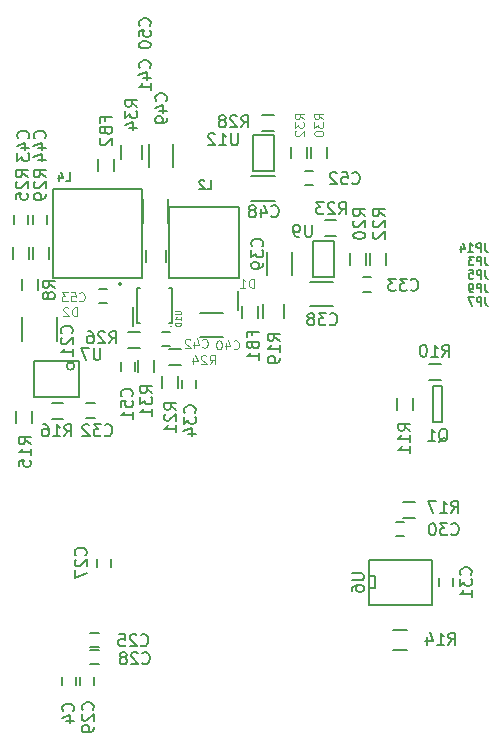
<source format=gbr>
G04 #@! TF.FileFunction,Legend,Bot*
%FSLAX46Y46*%
G04 Gerber Fmt 4.6, Leading zero omitted, Abs format (unit mm)*
G04 Created by KiCad (PCBNEW (2015-02-03 BZR 5404)-product) date 9/2/2015 4:33:54 PM*
%MOMM*%
G01*
G04 APERTURE LIST*
%ADD10C,0.100000*%
%ADD11C,0.150000*%
%ADD12C,0.127000*%
%ADD13C,0.101600*%
%ADD14C,0.160000*%
%ADD15C,0.190500*%
%ADD16C,0.125000*%
G04 APERTURE END LIST*
D10*
D11*
X35468000Y-93757000D02*
X35468000Y-94457000D01*
X36668000Y-94457000D02*
X36668000Y-93757000D01*
X35066500Y-63262000D02*
X35066500Y-65262000D01*
X32116500Y-65262000D02*
X32116500Y-63262000D01*
X37902400Y-91227200D02*
X38602400Y-91227200D01*
X38602400Y-90027200D02*
X37902400Y-90027200D01*
X38414400Y-83724000D02*
X38414400Y-84424000D01*
X39614400Y-84424000D02*
X39614400Y-83724000D01*
X37902400Y-92649600D02*
X38602400Y-92649600D01*
X38602400Y-91449600D02*
X37902400Y-91449600D01*
X38192000Y-94457000D02*
X38192000Y-93757000D01*
X36992000Y-93757000D02*
X36992000Y-94457000D01*
X63772300Y-81816500D02*
X64472300Y-81816500D01*
X64472300Y-80616500D02*
X63772300Y-80616500D01*
X68595800Y-86075000D02*
X68595800Y-85375000D01*
X67395800Y-85375000D02*
X67395800Y-86075000D01*
X38259500Y-70583500D02*
X37559500Y-70583500D01*
X37559500Y-71783500D02*
X38259500Y-71783500D01*
X61691000Y-59915500D02*
X60991000Y-59915500D01*
X60991000Y-61115500D02*
X61691000Y-61115500D01*
X45678800Y-68585600D02*
X45678800Y-69285600D01*
X46878800Y-69285600D02*
X46878800Y-68585600D01*
X58467500Y-62366000D02*
X56467500Y-62366000D01*
X56467500Y-60316000D02*
X58467500Y-60316000D01*
X52873800Y-59724800D02*
X52873800Y-57724800D01*
X54923800Y-57724800D02*
X54923800Y-59724800D01*
X49158400Y-64982200D02*
X47158400Y-64982200D01*
X47158400Y-62932200D02*
X49158400Y-62932200D01*
X42584000Y-58615200D02*
X42584000Y-57615200D01*
X44284000Y-57615200D02*
X44284000Y-58615200D01*
X44647600Y-64525600D02*
X43947600Y-64525600D01*
X43947600Y-65725600D02*
X44647600Y-65725600D01*
X31454800Y-54666400D02*
X31454800Y-55366400D01*
X32654800Y-55366400D02*
X32654800Y-54666400D01*
X34229600Y-55366400D02*
X34229600Y-54666400D01*
X33029600Y-54666400D02*
X33029600Y-55366400D01*
X51514500Y-51362500D02*
X53514500Y-51362500D01*
X53514500Y-53412500D02*
X51514500Y-53412500D01*
X42866200Y-50580800D02*
X42866200Y-48580800D01*
X44916200Y-48580800D02*
X44916200Y-50580800D01*
X42383600Y-55279800D02*
X42383600Y-53279800D01*
X44433600Y-53279800D02*
X44433600Y-55279800D01*
X41659100Y-67812400D02*
X41659100Y-67112400D01*
X40459100Y-67112400D02*
X40459100Y-67812400D01*
X56038000Y-52098500D02*
X56738000Y-52098500D01*
X56738000Y-50898500D02*
X56038000Y-50898500D01*
X39339000Y-60868000D02*
X38639000Y-60868000D01*
X38639000Y-62068000D02*
X39339000Y-62068000D01*
X50434500Y-61049000D02*
X50434500Y-62649000D01*
X41481000Y-62420600D02*
X41481000Y-64020600D01*
X50448000Y-59946800D02*
X50448000Y-53946800D01*
X50448000Y-53946800D02*
X44548000Y-53946800D01*
X44548000Y-53946800D02*
X44548000Y-59946800D01*
X44548000Y-59946800D02*
X50448000Y-59946800D01*
X42306400Y-59984800D02*
X42306400Y-52384800D01*
X42306400Y-52384800D02*
X34706400Y-52384800D01*
X34706400Y-52384800D02*
X34706400Y-59984800D01*
X34706400Y-59984800D02*
X42306400Y-59984800D01*
X40547821Y-60484800D02*
G75*
G03X40547821Y-60484800I-141421J0D01*
G01*
X66929000Y-69088000D02*
X66929000Y-72136000D01*
X66929000Y-72136000D02*
X67691000Y-72136000D01*
X67691000Y-72136000D02*
X67691000Y-69088000D01*
X67691000Y-69088000D02*
X66929000Y-69088000D01*
X32091000Y-60015500D02*
X32091000Y-61015500D01*
X33441000Y-61015500D02*
X33441000Y-60015500D01*
X67556000Y-67270000D02*
X66556000Y-67270000D01*
X66556000Y-68620000D02*
X67556000Y-68620000D01*
X63841000Y-70112000D02*
X63841000Y-71112000D01*
X65191000Y-71112000D02*
X65191000Y-70112000D01*
X64722300Y-89739500D02*
X63522300Y-89739500D01*
X63522300Y-91489500D02*
X64722300Y-91489500D01*
X31583000Y-71255000D02*
X31583000Y-72255000D01*
X32933000Y-72255000D02*
X32933000Y-71255000D01*
X34615500Y-71922000D02*
X35615500Y-71922000D01*
X35615500Y-70572000D02*
X34615500Y-70572000D01*
X64384300Y-80240500D02*
X65384300Y-80240500D01*
X65384300Y-78890500D02*
X64384300Y-78890500D01*
X54265800Y-63338000D02*
X54265800Y-62138000D01*
X52515800Y-62138000D02*
X52515800Y-63338000D01*
X59840500Y-57856500D02*
X59840500Y-58856500D01*
X61190500Y-58856500D02*
X61190500Y-57856500D01*
X43990900Y-68283200D02*
X43990900Y-69283200D01*
X45340900Y-69283200D02*
X45340900Y-68283200D01*
X61555000Y-57856500D02*
X61555000Y-58856500D01*
X62905000Y-58856500D02*
X62905000Y-57856500D01*
X57729500Y-56428000D02*
X58729500Y-56428000D01*
X58729500Y-55078000D02*
X57729500Y-55078000D01*
X45546900Y-66012700D02*
X44546900Y-66012700D01*
X44546900Y-67362700D02*
X45546900Y-67362700D01*
X32679000Y-58310400D02*
X32679000Y-57310400D01*
X31329000Y-57310400D02*
X31329000Y-58310400D01*
X41054400Y-65851400D02*
X42054400Y-65851400D01*
X42054400Y-64501400D02*
X41054400Y-64501400D01*
X53459000Y-46188000D02*
X52459000Y-46188000D01*
X52459000Y-47538000D02*
X53459000Y-47538000D01*
X34355400Y-58310400D02*
X34355400Y-57310400D01*
X33005400Y-57310400D02*
X33005400Y-58310400D01*
X56602000Y-48839500D02*
X56602000Y-49839500D01*
X57952000Y-49839500D02*
X57952000Y-48839500D01*
X43270800Y-67911600D02*
X43270800Y-66911600D01*
X41920800Y-66911600D02*
X41920800Y-67911600D01*
X56237500Y-49839500D02*
X56237500Y-48839500D01*
X54887500Y-48839500D02*
X54887500Y-49839500D01*
X42226200Y-49926800D02*
X42226200Y-48726800D01*
X40476200Y-48726800D02*
X40476200Y-49926800D01*
X33152000Y-67016500D02*
X33152000Y-70016500D01*
X33152000Y-70016500D02*
X36952000Y-70016500D01*
X36952000Y-70016500D02*
X36952000Y-67016500D01*
X36952000Y-67016500D02*
X33152000Y-67016500D01*
X36532156Y-67416500D02*
G75*
G03X36532156Y-67416500I-320156J0D01*
G01*
X58483500Y-56832500D02*
X56705500Y-56832500D01*
X56705500Y-56832500D02*
X56705500Y-59880500D01*
X56705500Y-59880500D02*
X58483500Y-59880500D01*
X58483500Y-59880500D02*
X58483500Y-56832500D01*
D12*
X44807000Y-63793500D02*
X44557000Y-63793500D01*
X44807000Y-60793500D02*
X44557000Y-60793500D01*
X41807000Y-60793500D02*
X42057000Y-60793500D01*
X41807000Y-63793500D02*
X42057000Y-63793500D01*
X44707000Y-64043500D02*
G75*
G03X44707000Y-64043500I-50000J0D01*
G01*
X41807000Y-60793500D02*
X41807000Y-63793500D01*
X44807000Y-60793500D02*
X44807000Y-63793500D01*
D11*
X53467000Y-47815500D02*
X51689000Y-47815500D01*
X51689000Y-47815500D02*
X51689000Y-50863500D01*
X51689000Y-50863500D02*
X53467000Y-50863500D01*
X53467000Y-50863500D02*
X53467000Y-47815500D01*
X61455300Y-83947000D02*
X61455300Y-83820000D01*
X61455300Y-83820000D02*
X66789300Y-83820000D01*
X66789300Y-87630000D02*
X61455300Y-87630000D01*
X61455300Y-87630000D02*
X61455300Y-83947000D01*
X61455300Y-86233000D02*
X61963300Y-86233000D01*
X61963300Y-86233000D02*
X61963300Y-85217000D01*
X61963300Y-85217000D02*
X61455300Y-85217000D01*
X66789300Y-87630000D02*
X66789300Y-83820000D01*
X50734600Y-62339600D02*
X50734600Y-63339600D01*
X52084600Y-63339600D02*
X52084600Y-62339600D01*
X39892600Y-50893600D02*
X39892600Y-49893600D01*
X38542600Y-49893600D02*
X38542600Y-50893600D01*
X36425143Y-96607334D02*
X36472762Y-96559715D01*
X36520381Y-96416858D01*
X36520381Y-96321620D01*
X36472762Y-96178762D01*
X36377524Y-96083524D01*
X36282286Y-96035905D01*
X36091810Y-95988286D01*
X35948952Y-95988286D01*
X35758476Y-96035905D01*
X35663238Y-96083524D01*
X35568000Y-96178762D01*
X35520381Y-96321620D01*
X35520381Y-96416858D01*
X35568000Y-96559715D01*
X35615619Y-96607334D01*
X35853714Y-97464477D02*
X36520381Y-97464477D01*
X35472762Y-97226381D02*
X36187048Y-96988286D01*
X36187048Y-97607334D01*
X36298143Y-64635143D02*
X36345762Y-64587524D01*
X36393381Y-64444667D01*
X36393381Y-64349429D01*
X36345762Y-64206571D01*
X36250524Y-64111333D01*
X36155286Y-64063714D01*
X35964810Y-64016095D01*
X35821952Y-64016095D01*
X35631476Y-64063714D01*
X35536238Y-64111333D01*
X35441000Y-64206571D01*
X35393381Y-64349429D01*
X35393381Y-64444667D01*
X35441000Y-64587524D01*
X35488619Y-64635143D01*
X35488619Y-65016095D02*
X35441000Y-65063714D01*
X35393381Y-65158952D01*
X35393381Y-65397048D01*
X35441000Y-65492286D01*
X35488619Y-65539905D01*
X35583857Y-65587524D01*
X35679095Y-65587524D01*
X35821952Y-65539905D01*
X36393381Y-64968476D01*
X36393381Y-65587524D01*
X36393381Y-66539905D02*
X36393381Y-65968476D01*
X36393381Y-66254190D02*
X35393381Y-66254190D01*
X35536238Y-66158952D01*
X35631476Y-66063714D01*
X35679095Y-65968476D01*
X42171857Y-91035143D02*
X42219476Y-91082762D01*
X42362333Y-91130381D01*
X42457571Y-91130381D01*
X42600429Y-91082762D01*
X42695667Y-90987524D01*
X42743286Y-90892286D01*
X42790905Y-90701810D01*
X42790905Y-90558952D01*
X42743286Y-90368476D01*
X42695667Y-90273238D01*
X42600429Y-90178000D01*
X42457571Y-90130381D01*
X42362333Y-90130381D01*
X42219476Y-90178000D01*
X42171857Y-90225619D01*
X41790905Y-90225619D02*
X41743286Y-90178000D01*
X41648048Y-90130381D01*
X41409952Y-90130381D01*
X41314714Y-90178000D01*
X41267095Y-90225619D01*
X41219476Y-90320857D01*
X41219476Y-90416095D01*
X41267095Y-90558952D01*
X41838524Y-91130381D01*
X41219476Y-91130381D01*
X40314714Y-90130381D02*
X40790905Y-90130381D01*
X40838524Y-90606571D01*
X40790905Y-90558952D01*
X40695667Y-90511333D01*
X40457571Y-90511333D01*
X40362333Y-90558952D01*
X40314714Y-90606571D01*
X40267095Y-90701810D01*
X40267095Y-90939905D01*
X40314714Y-91035143D01*
X40362333Y-91082762D01*
X40457571Y-91130381D01*
X40695667Y-91130381D01*
X40790905Y-91082762D01*
X40838524Y-91035143D01*
X37471543Y-83431143D02*
X37519162Y-83383524D01*
X37566781Y-83240667D01*
X37566781Y-83145429D01*
X37519162Y-83002571D01*
X37423924Y-82907333D01*
X37328686Y-82859714D01*
X37138210Y-82812095D01*
X36995352Y-82812095D01*
X36804876Y-82859714D01*
X36709638Y-82907333D01*
X36614400Y-83002571D01*
X36566781Y-83145429D01*
X36566781Y-83240667D01*
X36614400Y-83383524D01*
X36662019Y-83431143D01*
X36662019Y-83812095D02*
X36614400Y-83859714D01*
X36566781Y-83954952D01*
X36566781Y-84193048D01*
X36614400Y-84288286D01*
X36662019Y-84335905D01*
X36757257Y-84383524D01*
X36852495Y-84383524D01*
X36995352Y-84335905D01*
X37566781Y-83764476D01*
X37566781Y-84383524D01*
X36566781Y-84716857D02*
X36566781Y-85383524D01*
X37566781Y-84954952D01*
X42298857Y-92559143D02*
X42346476Y-92606762D01*
X42489333Y-92654381D01*
X42584571Y-92654381D01*
X42727429Y-92606762D01*
X42822667Y-92511524D01*
X42870286Y-92416286D01*
X42917905Y-92225810D01*
X42917905Y-92082952D01*
X42870286Y-91892476D01*
X42822667Y-91797238D01*
X42727429Y-91702000D01*
X42584571Y-91654381D01*
X42489333Y-91654381D01*
X42346476Y-91702000D01*
X42298857Y-91749619D01*
X41917905Y-91749619D02*
X41870286Y-91702000D01*
X41775048Y-91654381D01*
X41536952Y-91654381D01*
X41441714Y-91702000D01*
X41394095Y-91749619D01*
X41346476Y-91844857D01*
X41346476Y-91940095D01*
X41394095Y-92082952D01*
X41965524Y-92654381D01*
X41346476Y-92654381D01*
X40775048Y-92082952D02*
X40870286Y-92035333D01*
X40917905Y-91987714D01*
X40965524Y-91892476D01*
X40965524Y-91844857D01*
X40917905Y-91749619D01*
X40870286Y-91702000D01*
X40775048Y-91654381D01*
X40584571Y-91654381D01*
X40489333Y-91702000D01*
X40441714Y-91749619D01*
X40394095Y-91844857D01*
X40394095Y-91892476D01*
X40441714Y-91987714D01*
X40489333Y-92035333D01*
X40584571Y-92082952D01*
X40775048Y-92082952D01*
X40870286Y-92130571D01*
X40917905Y-92178190D01*
X40965524Y-92273429D01*
X40965524Y-92463905D01*
X40917905Y-92559143D01*
X40870286Y-92606762D01*
X40775048Y-92654381D01*
X40584571Y-92654381D01*
X40489333Y-92606762D01*
X40441714Y-92559143D01*
X40394095Y-92463905D01*
X40394095Y-92273429D01*
X40441714Y-92178190D01*
X40489333Y-92130571D01*
X40584571Y-92082952D01*
X38076143Y-96512143D02*
X38123762Y-96464524D01*
X38171381Y-96321667D01*
X38171381Y-96226429D01*
X38123762Y-96083571D01*
X38028524Y-95988333D01*
X37933286Y-95940714D01*
X37742810Y-95893095D01*
X37599952Y-95893095D01*
X37409476Y-95940714D01*
X37314238Y-95988333D01*
X37219000Y-96083571D01*
X37171381Y-96226429D01*
X37171381Y-96321667D01*
X37219000Y-96464524D01*
X37266619Y-96512143D01*
X37266619Y-96893095D02*
X37219000Y-96940714D01*
X37171381Y-97035952D01*
X37171381Y-97274048D01*
X37219000Y-97369286D01*
X37266619Y-97416905D01*
X37361857Y-97464524D01*
X37457095Y-97464524D01*
X37599952Y-97416905D01*
X38171381Y-96845476D01*
X38171381Y-97464524D01*
X38171381Y-97940714D02*
X38171381Y-98131190D01*
X38123762Y-98226429D01*
X38076143Y-98274048D01*
X37933286Y-98369286D01*
X37742810Y-98416905D01*
X37361857Y-98416905D01*
X37266619Y-98369286D01*
X37219000Y-98321667D01*
X37171381Y-98226429D01*
X37171381Y-98035952D01*
X37219000Y-97940714D01*
X37266619Y-97893095D01*
X37361857Y-97845476D01*
X37599952Y-97845476D01*
X37695190Y-97893095D01*
X37742810Y-97940714D01*
X37790429Y-98035952D01*
X37790429Y-98226429D01*
X37742810Y-98321667D01*
X37695190Y-98369286D01*
X37599952Y-98416905D01*
X68460857Y-81637143D02*
X68508476Y-81684762D01*
X68651333Y-81732381D01*
X68746571Y-81732381D01*
X68889429Y-81684762D01*
X68984667Y-81589524D01*
X69032286Y-81494286D01*
X69079905Y-81303810D01*
X69079905Y-81160952D01*
X69032286Y-80970476D01*
X68984667Y-80875238D01*
X68889429Y-80780000D01*
X68746571Y-80732381D01*
X68651333Y-80732381D01*
X68508476Y-80780000D01*
X68460857Y-80827619D01*
X68127524Y-80732381D02*
X67508476Y-80732381D01*
X67841810Y-81113333D01*
X67698952Y-81113333D01*
X67603714Y-81160952D01*
X67556095Y-81208571D01*
X67508476Y-81303810D01*
X67508476Y-81541905D01*
X67556095Y-81637143D01*
X67603714Y-81684762D01*
X67698952Y-81732381D01*
X67984667Y-81732381D01*
X68079905Y-81684762D01*
X68127524Y-81637143D01*
X66889429Y-80732381D02*
X66794190Y-80732381D01*
X66698952Y-80780000D01*
X66651333Y-80827619D01*
X66603714Y-80922857D01*
X66556095Y-81113333D01*
X66556095Y-81351429D01*
X66603714Y-81541905D01*
X66651333Y-81637143D01*
X66698952Y-81684762D01*
X66794190Y-81732381D01*
X66889429Y-81732381D01*
X66984667Y-81684762D01*
X67032286Y-81637143D01*
X67079905Y-81541905D01*
X67127524Y-81351429D01*
X67127524Y-81113333D01*
X67079905Y-80922857D01*
X67032286Y-80827619D01*
X66984667Y-80780000D01*
X66889429Y-80732381D01*
X70080143Y-85082143D02*
X70127762Y-85034524D01*
X70175381Y-84891667D01*
X70175381Y-84796429D01*
X70127762Y-84653571D01*
X70032524Y-84558333D01*
X69937286Y-84510714D01*
X69746810Y-84463095D01*
X69603952Y-84463095D01*
X69413476Y-84510714D01*
X69318238Y-84558333D01*
X69223000Y-84653571D01*
X69175381Y-84796429D01*
X69175381Y-84891667D01*
X69223000Y-85034524D01*
X69270619Y-85082143D01*
X69175381Y-85415476D02*
X69175381Y-86034524D01*
X69556333Y-85701190D01*
X69556333Y-85844048D01*
X69603952Y-85939286D01*
X69651571Y-85986905D01*
X69746810Y-86034524D01*
X69984905Y-86034524D01*
X70080143Y-85986905D01*
X70127762Y-85939286D01*
X70175381Y-85844048D01*
X70175381Y-85558333D01*
X70127762Y-85463095D01*
X70080143Y-85415476D01*
X70175381Y-86986905D02*
X70175381Y-86415476D01*
X70175381Y-86701190D02*
X69175381Y-86701190D01*
X69318238Y-86605952D01*
X69413476Y-86510714D01*
X69461095Y-86415476D01*
X39123857Y-73255143D02*
X39171476Y-73302762D01*
X39314333Y-73350381D01*
X39409571Y-73350381D01*
X39552429Y-73302762D01*
X39647667Y-73207524D01*
X39695286Y-73112286D01*
X39742905Y-72921810D01*
X39742905Y-72778952D01*
X39695286Y-72588476D01*
X39647667Y-72493238D01*
X39552429Y-72398000D01*
X39409571Y-72350381D01*
X39314333Y-72350381D01*
X39171476Y-72398000D01*
X39123857Y-72445619D01*
X38790524Y-72350381D02*
X38171476Y-72350381D01*
X38504810Y-72731333D01*
X38361952Y-72731333D01*
X38266714Y-72778952D01*
X38219095Y-72826571D01*
X38171476Y-72921810D01*
X38171476Y-73159905D01*
X38219095Y-73255143D01*
X38266714Y-73302762D01*
X38361952Y-73350381D01*
X38647667Y-73350381D01*
X38742905Y-73302762D01*
X38790524Y-73255143D01*
X37790524Y-72445619D02*
X37742905Y-72398000D01*
X37647667Y-72350381D01*
X37409571Y-72350381D01*
X37314333Y-72398000D01*
X37266714Y-72445619D01*
X37219095Y-72540857D01*
X37219095Y-72636095D01*
X37266714Y-72778952D01*
X37838143Y-73350381D01*
X37219095Y-73350381D01*
X65031857Y-60936143D02*
X65079476Y-60983762D01*
X65222333Y-61031381D01*
X65317571Y-61031381D01*
X65460429Y-60983762D01*
X65555667Y-60888524D01*
X65603286Y-60793286D01*
X65650905Y-60602810D01*
X65650905Y-60459952D01*
X65603286Y-60269476D01*
X65555667Y-60174238D01*
X65460429Y-60079000D01*
X65317571Y-60031381D01*
X65222333Y-60031381D01*
X65079476Y-60079000D01*
X65031857Y-60126619D01*
X64698524Y-60031381D02*
X64079476Y-60031381D01*
X64412810Y-60412333D01*
X64269952Y-60412333D01*
X64174714Y-60459952D01*
X64127095Y-60507571D01*
X64079476Y-60602810D01*
X64079476Y-60840905D01*
X64127095Y-60936143D01*
X64174714Y-60983762D01*
X64269952Y-61031381D01*
X64555667Y-61031381D01*
X64650905Y-60983762D01*
X64698524Y-60936143D01*
X63746143Y-60031381D02*
X63127095Y-60031381D01*
X63460429Y-60412333D01*
X63317571Y-60412333D01*
X63222333Y-60459952D01*
X63174714Y-60507571D01*
X63127095Y-60602810D01*
X63127095Y-60840905D01*
X63174714Y-60936143D01*
X63222333Y-60983762D01*
X63317571Y-61031381D01*
X63603286Y-61031381D01*
X63698524Y-60983762D01*
X63746143Y-60936143D01*
X46712143Y-71366143D02*
X46759762Y-71318524D01*
X46807381Y-71175667D01*
X46807381Y-71080429D01*
X46759762Y-70937571D01*
X46664524Y-70842333D01*
X46569286Y-70794714D01*
X46378810Y-70747095D01*
X46235952Y-70747095D01*
X46045476Y-70794714D01*
X45950238Y-70842333D01*
X45855000Y-70937571D01*
X45807381Y-71080429D01*
X45807381Y-71175667D01*
X45855000Y-71318524D01*
X45902619Y-71366143D01*
X45807381Y-71699476D02*
X45807381Y-72318524D01*
X46188333Y-71985190D01*
X46188333Y-72128048D01*
X46235952Y-72223286D01*
X46283571Y-72270905D01*
X46378810Y-72318524D01*
X46616905Y-72318524D01*
X46712143Y-72270905D01*
X46759762Y-72223286D01*
X46807381Y-72128048D01*
X46807381Y-71842333D01*
X46759762Y-71747095D01*
X46712143Y-71699476D01*
X46140714Y-73175667D02*
X46807381Y-73175667D01*
X45759762Y-72937571D02*
X46474048Y-72699476D01*
X46474048Y-73318524D01*
X58173857Y-63857143D02*
X58221476Y-63904762D01*
X58364333Y-63952381D01*
X58459571Y-63952381D01*
X58602429Y-63904762D01*
X58697667Y-63809524D01*
X58745286Y-63714286D01*
X58792905Y-63523810D01*
X58792905Y-63380952D01*
X58745286Y-63190476D01*
X58697667Y-63095238D01*
X58602429Y-63000000D01*
X58459571Y-62952381D01*
X58364333Y-62952381D01*
X58221476Y-63000000D01*
X58173857Y-63047619D01*
X57840524Y-62952381D02*
X57221476Y-62952381D01*
X57554810Y-63333333D01*
X57411952Y-63333333D01*
X57316714Y-63380952D01*
X57269095Y-63428571D01*
X57221476Y-63523810D01*
X57221476Y-63761905D01*
X57269095Y-63857143D01*
X57316714Y-63904762D01*
X57411952Y-63952381D01*
X57697667Y-63952381D01*
X57792905Y-63904762D01*
X57840524Y-63857143D01*
X56650048Y-63380952D02*
X56745286Y-63333333D01*
X56792905Y-63285714D01*
X56840524Y-63190476D01*
X56840524Y-63142857D01*
X56792905Y-63047619D01*
X56745286Y-63000000D01*
X56650048Y-62952381D01*
X56459571Y-62952381D01*
X56364333Y-63000000D01*
X56316714Y-63047619D01*
X56269095Y-63142857D01*
X56269095Y-63190476D01*
X56316714Y-63285714D01*
X56364333Y-63333333D01*
X56459571Y-63380952D01*
X56650048Y-63380952D01*
X56745286Y-63428571D01*
X56792905Y-63476190D01*
X56840524Y-63571429D01*
X56840524Y-63761905D01*
X56792905Y-63857143D01*
X56745286Y-63904762D01*
X56650048Y-63952381D01*
X56459571Y-63952381D01*
X56364333Y-63904762D01*
X56316714Y-63857143D01*
X56269095Y-63761905D01*
X56269095Y-63571429D01*
X56316714Y-63476190D01*
X56364333Y-63428571D01*
X56459571Y-63380952D01*
X52427143Y-57269143D02*
X52474762Y-57221524D01*
X52522381Y-57078667D01*
X52522381Y-56983429D01*
X52474762Y-56840571D01*
X52379524Y-56745333D01*
X52284286Y-56697714D01*
X52093810Y-56650095D01*
X51950952Y-56650095D01*
X51760476Y-56697714D01*
X51665238Y-56745333D01*
X51570000Y-56840571D01*
X51522381Y-56983429D01*
X51522381Y-57078667D01*
X51570000Y-57221524D01*
X51617619Y-57269143D01*
X51522381Y-57602476D02*
X51522381Y-58221524D01*
X51903333Y-57888190D01*
X51903333Y-58031048D01*
X51950952Y-58126286D01*
X51998571Y-58173905D01*
X52093810Y-58221524D01*
X52331905Y-58221524D01*
X52427143Y-58173905D01*
X52474762Y-58126286D01*
X52522381Y-58031048D01*
X52522381Y-57745333D01*
X52474762Y-57650095D01*
X52427143Y-57602476D01*
X52522381Y-58697714D02*
X52522381Y-58888190D01*
X52474762Y-58983429D01*
X52427143Y-59031048D01*
X52284286Y-59126286D01*
X52093810Y-59173905D01*
X51712857Y-59173905D01*
X51617619Y-59126286D01*
X51570000Y-59078667D01*
X51522381Y-58983429D01*
X51522381Y-58792952D01*
X51570000Y-58697714D01*
X51617619Y-58650095D01*
X51712857Y-58602476D01*
X51950952Y-58602476D01*
X52046190Y-58650095D01*
X52093810Y-58697714D01*
X52141429Y-58792952D01*
X52141429Y-58983429D01*
X52093810Y-59078667D01*
X52046190Y-59126286D01*
X51950952Y-59173905D01*
D13*
X50019857Y-65931143D02*
X50056143Y-65967429D01*
X50165000Y-66003714D01*
X50237571Y-66003714D01*
X50346428Y-65967429D01*
X50419000Y-65894857D01*
X50455285Y-65822286D01*
X50491571Y-65677143D01*
X50491571Y-65568286D01*
X50455285Y-65423143D01*
X50419000Y-65350571D01*
X50346428Y-65278000D01*
X50237571Y-65241714D01*
X50165000Y-65241714D01*
X50056143Y-65278000D01*
X50019857Y-65314286D01*
X49366714Y-65495714D02*
X49366714Y-66003714D01*
X49548143Y-65205429D02*
X49729571Y-65749714D01*
X49257857Y-65749714D01*
X48822429Y-65241714D02*
X48749857Y-65241714D01*
X48677286Y-65278000D01*
X48641000Y-65314286D01*
X48604714Y-65386857D01*
X48568429Y-65532000D01*
X48568429Y-65713429D01*
X48604714Y-65858571D01*
X48641000Y-65931143D01*
X48677286Y-65967429D01*
X48749857Y-66003714D01*
X48822429Y-66003714D01*
X48895000Y-65967429D01*
X48931286Y-65931143D01*
X48967571Y-65858571D01*
X49003857Y-65713429D01*
X49003857Y-65532000D01*
X48967571Y-65386857D01*
X48931286Y-65314286D01*
X48895000Y-65278000D01*
X48822429Y-65241714D01*
D11*
X42902143Y-42156143D02*
X42949762Y-42108524D01*
X42997381Y-41965667D01*
X42997381Y-41870429D01*
X42949762Y-41727571D01*
X42854524Y-41632333D01*
X42759286Y-41584714D01*
X42568810Y-41537095D01*
X42425952Y-41537095D01*
X42235476Y-41584714D01*
X42140238Y-41632333D01*
X42045000Y-41727571D01*
X41997381Y-41870429D01*
X41997381Y-41965667D01*
X42045000Y-42108524D01*
X42092619Y-42156143D01*
X42330714Y-43013286D02*
X42997381Y-43013286D01*
X41949762Y-42775190D02*
X42664048Y-42537095D01*
X42664048Y-43156143D01*
X42997381Y-44060905D02*
X42997381Y-43489476D01*
X42997381Y-43775190D02*
X41997381Y-43775190D01*
X42140238Y-43679952D01*
X42235476Y-43584714D01*
X42283095Y-43489476D01*
D13*
X47352857Y-65804143D02*
X47389143Y-65840429D01*
X47498000Y-65876714D01*
X47570571Y-65876714D01*
X47679428Y-65840429D01*
X47752000Y-65767857D01*
X47788285Y-65695286D01*
X47824571Y-65550143D01*
X47824571Y-65441286D01*
X47788285Y-65296143D01*
X47752000Y-65223571D01*
X47679428Y-65151000D01*
X47570571Y-65114714D01*
X47498000Y-65114714D01*
X47389143Y-65151000D01*
X47352857Y-65187286D01*
X46699714Y-65368714D02*
X46699714Y-65876714D01*
X46881143Y-65078429D02*
X47062571Y-65622714D01*
X46590857Y-65622714D01*
X46336857Y-65187286D02*
X46300571Y-65151000D01*
X46228000Y-65114714D01*
X46046571Y-65114714D01*
X45974000Y-65151000D01*
X45937714Y-65187286D01*
X45901429Y-65259857D01*
X45901429Y-65332429D01*
X45937714Y-65441286D01*
X46373143Y-65876714D01*
X45901429Y-65876714D01*
D11*
X32615143Y-48125143D02*
X32662762Y-48077524D01*
X32710381Y-47934667D01*
X32710381Y-47839429D01*
X32662762Y-47696571D01*
X32567524Y-47601333D01*
X32472286Y-47553714D01*
X32281810Y-47506095D01*
X32138952Y-47506095D01*
X31948476Y-47553714D01*
X31853238Y-47601333D01*
X31758000Y-47696571D01*
X31710381Y-47839429D01*
X31710381Y-47934667D01*
X31758000Y-48077524D01*
X31805619Y-48125143D01*
X32043714Y-48982286D02*
X32710381Y-48982286D01*
X31662762Y-48744190D02*
X32377048Y-48506095D01*
X32377048Y-49125143D01*
X31710381Y-49410857D02*
X31710381Y-50029905D01*
X32091333Y-49696571D01*
X32091333Y-49839429D01*
X32138952Y-49934667D01*
X32186571Y-49982286D01*
X32281810Y-50029905D01*
X32519905Y-50029905D01*
X32615143Y-49982286D01*
X32662762Y-49934667D01*
X32710381Y-49839429D01*
X32710381Y-49553714D01*
X32662762Y-49458476D01*
X32615143Y-49410857D01*
X34012143Y-48125143D02*
X34059762Y-48077524D01*
X34107381Y-47934667D01*
X34107381Y-47839429D01*
X34059762Y-47696571D01*
X33964524Y-47601333D01*
X33869286Y-47553714D01*
X33678810Y-47506095D01*
X33535952Y-47506095D01*
X33345476Y-47553714D01*
X33250238Y-47601333D01*
X33155000Y-47696571D01*
X33107381Y-47839429D01*
X33107381Y-47934667D01*
X33155000Y-48077524D01*
X33202619Y-48125143D01*
X33440714Y-48982286D02*
X34107381Y-48982286D01*
X33059762Y-48744190D02*
X33774048Y-48506095D01*
X33774048Y-49125143D01*
X33440714Y-49934667D02*
X34107381Y-49934667D01*
X33059762Y-49696571D02*
X33774048Y-49458476D01*
X33774048Y-50077524D01*
X53220857Y-54713143D02*
X53268476Y-54760762D01*
X53411333Y-54808381D01*
X53506571Y-54808381D01*
X53649429Y-54760762D01*
X53744667Y-54665524D01*
X53792286Y-54570286D01*
X53839905Y-54379810D01*
X53839905Y-54236952D01*
X53792286Y-54046476D01*
X53744667Y-53951238D01*
X53649429Y-53856000D01*
X53506571Y-53808381D01*
X53411333Y-53808381D01*
X53268476Y-53856000D01*
X53220857Y-53903619D01*
X52363714Y-54141714D02*
X52363714Y-54808381D01*
X52601810Y-53760762D02*
X52839905Y-54475048D01*
X52220857Y-54475048D01*
X51697048Y-54236952D02*
X51792286Y-54189333D01*
X51839905Y-54141714D01*
X51887524Y-54046476D01*
X51887524Y-53998857D01*
X51839905Y-53903619D01*
X51792286Y-53856000D01*
X51697048Y-53808381D01*
X51506571Y-53808381D01*
X51411333Y-53856000D01*
X51363714Y-53903619D01*
X51316095Y-53998857D01*
X51316095Y-54046476D01*
X51363714Y-54141714D01*
X51411333Y-54189333D01*
X51506571Y-54236952D01*
X51697048Y-54236952D01*
X51792286Y-54284571D01*
X51839905Y-54332190D01*
X51887524Y-54427429D01*
X51887524Y-54617905D01*
X51839905Y-54713143D01*
X51792286Y-54760762D01*
X51697048Y-54808381D01*
X51506571Y-54808381D01*
X51411333Y-54760762D01*
X51363714Y-54713143D01*
X51316095Y-54617905D01*
X51316095Y-54427429D01*
X51363714Y-54332190D01*
X51411333Y-54284571D01*
X51506571Y-54236952D01*
X44299143Y-44950143D02*
X44346762Y-44902524D01*
X44394381Y-44759667D01*
X44394381Y-44664429D01*
X44346762Y-44521571D01*
X44251524Y-44426333D01*
X44156286Y-44378714D01*
X43965810Y-44331095D01*
X43822952Y-44331095D01*
X43632476Y-44378714D01*
X43537238Y-44426333D01*
X43442000Y-44521571D01*
X43394381Y-44664429D01*
X43394381Y-44759667D01*
X43442000Y-44902524D01*
X43489619Y-44950143D01*
X43727714Y-45807286D02*
X44394381Y-45807286D01*
X43346762Y-45569190D02*
X44061048Y-45331095D01*
X44061048Y-45950143D01*
X44394381Y-46378714D02*
X44394381Y-46569190D01*
X44346762Y-46664429D01*
X44299143Y-46712048D01*
X44156286Y-46807286D01*
X43965810Y-46854905D01*
X43584857Y-46854905D01*
X43489619Y-46807286D01*
X43442000Y-46759667D01*
X43394381Y-46664429D01*
X43394381Y-46473952D01*
X43442000Y-46378714D01*
X43489619Y-46331095D01*
X43584857Y-46283476D01*
X43822952Y-46283476D01*
X43918190Y-46331095D01*
X43965810Y-46378714D01*
X44013429Y-46473952D01*
X44013429Y-46664429D01*
X43965810Y-46759667D01*
X43918190Y-46807286D01*
X43822952Y-46854905D01*
X42902143Y-38600143D02*
X42949762Y-38552524D01*
X42997381Y-38409667D01*
X42997381Y-38314429D01*
X42949762Y-38171571D01*
X42854524Y-38076333D01*
X42759286Y-38028714D01*
X42568810Y-37981095D01*
X42425952Y-37981095D01*
X42235476Y-38028714D01*
X42140238Y-38076333D01*
X42045000Y-38171571D01*
X41997381Y-38314429D01*
X41997381Y-38409667D01*
X42045000Y-38552524D01*
X42092619Y-38600143D01*
X41997381Y-39504905D02*
X41997381Y-39028714D01*
X42473571Y-38981095D01*
X42425952Y-39028714D01*
X42378333Y-39123952D01*
X42378333Y-39362048D01*
X42425952Y-39457286D01*
X42473571Y-39504905D01*
X42568810Y-39552524D01*
X42806905Y-39552524D01*
X42902143Y-39504905D01*
X42949762Y-39457286D01*
X42997381Y-39362048D01*
X42997381Y-39123952D01*
X42949762Y-39028714D01*
X42902143Y-38981095D01*
X41997381Y-40171571D02*
X41997381Y-40266810D01*
X42045000Y-40362048D01*
X42092619Y-40409667D01*
X42187857Y-40457286D01*
X42378333Y-40504905D01*
X42616429Y-40504905D01*
X42806905Y-40457286D01*
X42902143Y-40409667D01*
X42949762Y-40362048D01*
X42997381Y-40266810D01*
X42997381Y-40171571D01*
X42949762Y-40076333D01*
X42902143Y-40028714D01*
X42806905Y-39981095D01*
X42616429Y-39933476D01*
X42378333Y-39933476D01*
X42187857Y-39981095D01*
X42092619Y-40028714D01*
X42045000Y-40076333D01*
X41997381Y-40171571D01*
X41378143Y-69969143D02*
X41425762Y-69921524D01*
X41473381Y-69778667D01*
X41473381Y-69683429D01*
X41425762Y-69540571D01*
X41330524Y-69445333D01*
X41235286Y-69397714D01*
X41044810Y-69350095D01*
X40901952Y-69350095D01*
X40711476Y-69397714D01*
X40616238Y-69445333D01*
X40521000Y-69540571D01*
X40473381Y-69683429D01*
X40473381Y-69778667D01*
X40521000Y-69921524D01*
X40568619Y-69969143D01*
X40473381Y-70873905D02*
X40473381Y-70397714D01*
X40949571Y-70350095D01*
X40901952Y-70397714D01*
X40854333Y-70492952D01*
X40854333Y-70731048D01*
X40901952Y-70826286D01*
X40949571Y-70873905D01*
X41044810Y-70921524D01*
X41282905Y-70921524D01*
X41378143Y-70873905D01*
X41425762Y-70826286D01*
X41473381Y-70731048D01*
X41473381Y-70492952D01*
X41425762Y-70397714D01*
X41378143Y-70350095D01*
X41473381Y-71873905D02*
X41473381Y-71302476D01*
X41473381Y-71588190D02*
X40473381Y-71588190D01*
X40616238Y-71492952D01*
X40711476Y-71397714D01*
X40759095Y-71302476D01*
X60078857Y-51919143D02*
X60126476Y-51966762D01*
X60269333Y-52014381D01*
X60364571Y-52014381D01*
X60507429Y-51966762D01*
X60602667Y-51871524D01*
X60650286Y-51776286D01*
X60697905Y-51585810D01*
X60697905Y-51442952D01*
X60650286Y-51252476D01*
X60602667Y-51157238D01*
X60507429Y-51062000D01*
X60364571Y-51014381D01*
X60269333Y-51014381D01*
X60126476Y-51062000D01*
X60078857Y-51109619D01*
X59174095Y-51014381D02*
X59650286Y-51014381D01*
X59697905Y-51490571D01*
X59650286Y-51442952D01*
X59555048Y-51395333D01*
X59316952Y-51395333D01*
X59221714Y-51442952D01*
X59174095Y-51490571D01*
X59126476Y-51585810D01*
X59126476Y-51823905D01*
X59174095Y-51919143D01*
X59221714Y-51966762D01*
X59316952Y-52014381D01*
X59555048Y-52014381D01*
X59650286Y-51966762D01*
X59697905Y-51919143D01*
X58745524Y-51109619D02*
X58697905Y-51062000D01*
X58602667Y-51014381D01*
X58364571Y-51014381D01*
X58269333Y-51062000D01*
X58221714Y-51109619D01*
X58174095Y-51204857D01*
X58174095Y-51300095D01*
X58221714Y-51442952D01*
X58793143Y-52014381D01*
X58174095Y-52014381D01*
D13*
X36938857Y-61867143D02*
X36975143Y-61903429D01*
X37084000Y-61939714D01*
X37156571Y-61939714D01*
X37265428Y-61903429D01*
X37338000Y-61830857D01*
X37374285Y-61758286D01*
X37410571Y-61613143D01*
X37410571Y-61504286D01*
X37374285Y-61359143D01*
X37338000Y-61286571D01*
X37265428Y-61214000D01*
X37156571Y-61177714D01*
X37084000Y-61177714D01*
X36975143Y-61214000D01*
X36938857Y-61250286D01*
X36249428Y-61177714D02*
X36612285Y-61177714D01*
X36648571Y-61540571D01*
X36612285Y-61504286D01*
X36539714Y-61468000D01*
X36358285Y-61468000D01*
X36285714Y-61504286D01*
X36249428Y-61540571D01*
X36213143Y-61613143D01*
X36213143Y-61794571D01*
X36249428Y-61867143D01*
X36285714Y-61903429D01*
X36358285Y-61939714D01*
X36539714Y-61939714D01*
X36612285Y-61903429D01*
X36648571Y-61867143D01*
X35959143Y-61177714D02*
X35487429Y-61177714D01*
X35741429Y-61468000D01*
X35632571Y-61468000D01*
X35560000Y-61504286D01*
X35523714Y-61540571D01*
X35487429Y-61613143D01*
X35487429Y-61794571D01*
X35523714Y-61867143D01*
X35560000Y-61903429D01*
X35632571Y-61939714D01*
X35850286Y-61939714D01*
X35922857Y-61903429D01*
X35959143Y-61867143D01*
X51743428Y-60796714D02*
X51743428Y-60034714D01*
X51562000Y-60034714D01*
X51453143Y-60071000D01*
X51380571Y-60143571D01*
X51344286Y-60216143D01*
X51308000Y-60361286D01*
X51308000Y-60470143D01*
X51344286Y-60615286D01*
X51380571Y-60687857D01*
X51453143Y-60760429D01*
X51562000Y-60796714D01*
X51743428Y-60796714D01*
X50582286Y-60796714D02*
X51017714Y-60796714D01*
X50800000Y-60796714D02*
X50800000Y-60034714D01*
X50872571Y-60143571D01*
X50945143Y-60216143D01*
X51017714Y-60252429D01*
X36757428Y-63209714D02*
X36757428Y-62447714D01*
X36576000Y-62447714D01*
X36467143Y-62484000D01*
X36394571Y-62556571D01*
X36358286Y-62629143D01*
X36322000Y-62774286D01*
X36322000Y-62883143D01*
X36358286Y-63028286D01*
X36394571Y-63100857D01*
X36467143Y-63173429D01*
X36576000Y-63209714D01*
X36757428Y-63209714D01*
X36031714Y-62520286D02*
X35995428Y-62484000D01*
X35922857Y-62447714D01*
X35741428Y-62447714D01*
X35668857Y-62484000D01*
X35632571Y-62520286D01*
X35596286Y-62592857D01*
X35596286Y-62665429D01*
X35632571Y-62774286D01*
X36068000Y-63209714D01*
X35596286Y-63209714D01*
D14*
X71322333Y-58163667D02*
X71322333Y-58663667D01*
X71355667Y-58763667D01*
X71422333Y-58830333D01*
X71522333Y-58863667D01*
X71589000Y-58863667D01*
X70989000Y-58863667D02*
X70989000Y-58163667D01*
X70722334Y-58163667D01*
X70655667Y-58197000D01*
X70622334Y-58230333D01*
X70589000Y-58297000D01*
X70589000Y-58397000D01*
X70622334Y-58463667D01*
X70655667Y-58497000D01*
X70722334Y-58530333D01*
X70989000Y-58530333D01*
X70355667Y-58163667D02*
X69922334Y-58163667D01*
X70155667Y-58430333D01*
X70055667Y-58430333D01*
X69989000Y-58463667D01*
X69955667Y-58497000D01*
X69922334Y-58563667D01*
X69922334Y-58730333D01*
X69955667Y-58797000D01*
X69989000Y-58830333D01*
X70055667Y-58863667D01*
X70255667Y-58863667D01*
X70322334Y-58830333D01*
X70355667Y-58797000D01*
X71322333Y-59306667D02*
X71322333Y-59806667D01*
X71355667Y-59906667D01*
X71422333Y-59973333D01*
X71522333Y-60006667D01*
X71589000Y-60006667D01*
X70989000Y-60006667D02*
X70989000Y-59306667D01*
X70722334Y-59306667D01*
X70655667Y-59340000D01*
X70622334Y-59373333D01*
X70589000Y-59440000D01*
X70589000Y-59540000D01*
X70622334Y-59606667D01*
X70655667Y-59640000D01*
X70722334Y-59673333D01*
X70989000Y-59673333D01*
X69955667Y-59306667D02*
X70289000Y-59306667D01*
X70322334Y-59640000D01*
X70289000Y-59606667D01*
X70222334Y-59573333D01*
X70055667Y-59573333D01*
X69989000Y-59606667D01*
X69955667Y-59640000D01*
X69922334Y-59706667D01*
X69922334Y-59873333D01*
X69955667Y-59940000D01*
X69989000Y-59973333D01*
X70055667Y-60006667D01*
X70222334Y-60006667D01*
X70289000Y-59973333D01*
X70322334Y-59940000D01*
X71322333Y-61592667D02*
X71322333Y-62092667D01*
X71355667Y-62192667D01*
X71422333Y-62259333D01*
X71522333Y-62292667D01*
X71589000Y-62292667D01*
X70989000Y-62292667D02*
X70989000Y-61592667D01*
X70722334Y-61592667D01*
X70655667Y-61626000D01*
X70622334Y-61659333D01*
X70589000Y-61726000D01*
X70589000Y-61826000D01*
X70622334Y-61892667D01*
X70655667Y-61926000D01*
X70722334Y-61959333D01*
X70989000Y-61959333D01*
X70355667Y-61592667D02*
X69889000Y-61592667D01*
X70189000Y-62292667D01*
X71322333Y-60449667D02*
X71322333Y-60949667D01*
X71355667Y-61049667D01*
X71422333Y-61116333D01*
X71522333Y-61149667D01*
X71589000Y-61149667D01*
X70989000Y-61149667D02*
X70989000Y-60449667D01*
X70722334Y-60449667D01*
X70655667Y-60483000D01*
X70622334Y-60516333D01*
X70589000Y-60583000D01*
X70589000Y-60683000D01*
X70622334Y-60749667D01*
X70655667Y-60783000D01*
X70722334Y-60816333D01*
X70989000Y-60816333D01*
X70255667Y-61149667D02*
X70122334Y-61149667D01*
X70055667Y-61116333D01*
X70022334Y-61083000D01*
X69955667Y-60983000D01*
X69922334Y-60849667D01*
X69922334Y-60583000D01*
X69955667Y-60516333D01*
X69989000Y-60483000D01*
X70055667Y-60449667D01*
X70189000Y-60449667D01*
X70255667Y-60483000D01*
X70289000Y-60516333D01*
X70322334Y-60583000D01*
X70322334Y-60749667D01*
X70289000Y-60816333D01*
X70255667Y-60849667D01*
X70189000Y-60883000D01*
X70055667Y-60883000D01*
X69989000Y-60849667D01*
X69955667Y-60816333D01*
X69922334Y-60749667D01*
X71274666Y-57020667D02*
X71274666Y-57520667D01*
X71308000Y-57620667D01*
X71374666Y-57687333D01*
X71474666Y-57720667D01*
X71541333Y-57720667D01*
X70941333Y-57720667D02*
X70941333Y-57020667D01*
X70674667Y-57020667D01*
X70608000Y-57054000D01*
X70574667Y-57087333D01*
X70541333Y-57154000D01*
X70541333Y-57254000D01*
X70574667Y-57320667D01*
X70608000Y-57354000D01*
X70674667Y-57387333D01*
X70941333Y-57387333D01*
X69874667Y-57720667D02*
X70274667Y-57720667D01*
X70074667Y-57720667D02*
X70074667Y-57020667D01*
X70141333Y-57120667D01*
X70208000Y-57187333D01*
X70274667Y-57220667D01*
X69274666Y-57254000D02*
X69274666Y-57720667D01*
X69441333Y-56987333D02*
X69608000Y-57487333D01*
X69174666Y-57487333D01*
D15*
X47751999Y-52414714D02*
X48114856Y-52414714D01*
X48114856Y-51652714D01*
X47534285Y-51725286D02*
X47497999Y-51689000D01*
X47425428Y-51652714D01*
X47243999Y-51652714D01*
X47171428Y-51689000D01*
X47135142Y-51725286D01*
X47098857Y-51797857D01*
X47098857Y-51870429D01*
X47135142Y-51979286D01*
X47570571Y-52414714D01*
X47098857Y-52414714D01*
X35813999Y-51779714D02*
X36176856Y-51779714D01*
X36176856Y-51017714D01*
X35233428Y-51271714D02*
X35233428Y-51779714D01*
X35414857Y-50981429D02*
X35596285Y-51525714D01*
X35124571Y-51525714D01*
D11*
X67405238Y-73826619D02*
X67500476Y-73779000D01*
X67595714Y-73683762D01*
X67738571Y-73540905D01*
X67833810Y-73493286D01*
X67929048Y-73493286D01*
X67881429Y-73731381D02*
X67976667Y-73683762D01*
X68071905Y-73588524D01*
X68119524Y-73398048D01*
X68119524Y-73064714D01*
X68071905Y-72874238D01*
X67976667Y-72779000D01*
X67881429Y-72731381D01*
X67690952Y-72731381D01*
X67595714Y-72779000D01*
X67500476Y-72874238D01*
X67452857Y-73064714D01*
X67452857Y-73398048D01*
X67500476Y-73588524D01*
X67595714Y-73683762D01*
X67690952Y-73731381D01*
X67881429Y-73731381D01*
X66500476Y-73731381D02*
X67071905Y-73731381D01*
X66786191Y-73731381D02*
X66786191Y-72731381D01*
X66881429Y-72874238D01*
X66976667Y-72969476D01*
X67071905Y-73017095D01*
X34869381Y-60793334D02*
X34393190Y-60460000D01*
X34869381Y-60221905D02*
X33869381Y-60221905D01*
X33869381Y-60602858D01*
X33917000Y-60698096D01*
X33964619Y-60745715D01*
X34059857Y-60793334D01*
X34202714Y-60793334D01*
X34297952Y-60745715D01*
X34345571Y-60698096D01*
X34393190Y-60602858D01*
X34393190Y-60221905D01*
X34297952Y-61364762D02*
X34250333Y-61269524D01*
X34202714Y-61221905D01*
X34107476Y-61174286D01*
X34059857Y-61174286D01*
X33964619Y-61221905D01*
X33917000Y-61269524D01*
X33869381Y-61364762D01*
X33869381Y-61555239D01*
X33917000Y-61650477D01*
X33964619Y-61698096D01*
X34059857Y-61745715D01*
X34107476Y-61745715D01*
X34202714Y-61698096D01*
X34250333Y-61650477D01*
X34297952Y-61555239D01*
X34297952Y-61364762D01*
X34345571Y-61269524D01*
X34393190Y-61221905D01*
X34488429Y-61174286D01*
X34678905Y-61174286D01*
X34774143Y-61221905D01*
X34821762Y-61269524D01*
X34869381Y-61364762D01*
X34869381Y-61555239D01*
X34821762Y-61650477D01*
X34774143Y-61698096D01*
X34678905Y-61745715D01*
X34488429Y-61745715D01*
X34393190Y-61698096D01*
X34345571Y-61650477D01*
X34297952Y-61555239D01*
X67698857Y-66619381D02*
X68032191Y-66143190D01*
X68270286Y-66619381D02*
X68270286Y-65619381D01*
X67889333Y-65619381D01*
X67794095Y-65667000D01*
X67746476Y-65714619D01*
X67698857Y-65809857D01*
X67698857Y-65952714D01*
X67746476Y-66047952D01*
X67794095Y-66095571D01*
X67889333Y-66143190D01*
X68270286Y-66143190D01*
X66746476Y-66619381D02*
X67317905Y-66619381D01*
X67032191Y-66619381D02*
X67032191Y-65619381D01*
X67127429Y-65762238D01*
X67222667Y-65857476D01*
X67317905Y-65905095D01*
X66127429Y-65619381D02*
X66032190Y-65619381D01*
X65936952Y-65667000D01*
X65889333Y-65714619D01*
X65841714Y-65809857D01*
X65794095Y-66000333D01*
X65794095Y-66238429D01*
X65841714Y-66428905D01*
X65889333Y-66524143D01*
X65936952Y-66571762D01*
X66032190Y-66619381D01*
X66127429Y-66619381D01*
X66222667Y-66571762D01*
X66270286Y-66524143D01*
X66317905Y-66428905D01*
X66365524Y-66238429D01*
X66365524Y-66000333D01*
X66317905Y-65809857D01*
X66270286Y-65714619D01*
X66222667Y-65667000D01*
X66127429Y-65619381D01*
X64968381Y-72890143D02*
X64492190Y-72556809D01*
X64968381Y-72318714D02*
X63968381Y-72318714D01*
X63968381Y-72699667D01*
X64016000Y-72794905D01*
X64063619Y-72842524D01*
X64158857Y-72890143D01*
X64301714Y-72890143D01*
X64396952Y-72842524D01*
X64444571Y-72794905D01*
X64492190Y-72699667D01*
X64492190Y-72318714D01*
X64968381Y-73842524D02*
X64968381Y-73271095D01*
X64968381Y-73556809D02*
X63968381Y-73556809D01*
X64111238Y-73461571D01*
X64206476Y-73366333D01*
X64254095Y-73271095D01*
X64968381Y-74794905D02*
X64968381Y-74223476D01*
X64968381Y-74509190D02*
X63968381Y-74509190D01*
X64111238Y-74413952D01*
X64206476Y-74318714D01*
X64254095Y-74223476D01*
X68206857Y-91003381D02*
X68540191Y-90527190D01*
X68778286Y-91003381D02*
X68778286Y-90003381D01*
X68397333Y-90003381D01*
X68302095Y-90051000D01*
X68254476Y-90098619D01*
X68206857Y-90193857D01*
X68206857Y-90336714D01*
X68254476Y-90431952D01*
X68302095Y-90479571D01*
X68397333Y-90527190D01*
X68778286Y-90527190D01*
X67254476Y-91003381D02*
X67825905Y-91003381D01*
X67540191Y-91003381D02*
X67540191Y-90003381D01*
X67635429Y-90146238D01*
X67730667Y-90241476D01*
X67825905Y-90289095D01*
X66397333Y-90336714D02*
X66397333Y-91003381D01*
X66635429Y-89955762D02*
X66873524Y-90670048D01*
X66254476Y-90670048D01*
X32837381Y-74033143D02*
X32361190Y-73699809D01*
X32837381Y-73461714D02*
X31837381Y-73461714D01*
X31837381Y-73842667D01*
X31885000Y-73937905D01*
X31932619Y-73985524D01*
X32027857Y-74033143D01*
X32170714Y-74033143D01*
X32265952Y-73985524D01*
X32313571Y-73937905D01*
X32361190Y-73842667D01*
X32361190Y-73461714D01*
X32837381Y-74985524D02*
X32837381Y-74414095D01*
X32837381Y-74699809D02*
X31837381Y-74699809D01*
X31980238Y-74604571D01*
X32075476Y-74509333D01*
X32123095Y-74414095D01*
X31837381Y-75890286D02*
X31837381Y-75414095D01*
X32313571Y-75366476D01*
X32265952Y-75414095D01*
X32218333Y-75509333D01*
X32218333Y-75747429D01*
X32265952Y-75842667D01*
X32313571Y-75890286D01*
X32408810Y-75937905D01*
X32646905Y-75937905D01*
X32742143Y-75890286D01*
X32789762Y-75842667D01*
X32837381Y-75747429D01*
X32837381Y-75509333D01*
X32789762Y-75414095D01*
X32742143Y-75366476D01*
X35694857Y-73350381D02*
X36028191Y-72874190D01*
X36266286Y-73350381D02*
X36266286Y-72350381D01*
X35885333Y-72350381D01*
X35790095Y-72398000D01*
X35742476Y-72445619D01*
X35694857Y-72540857D01*
X35694857Y-72683714D01*
X35742476Y-72778952D01*
X35790095Y-72826571D01*
X35885333Y-72874190D01*
X36266286Y-72874190D01*
X34742476Y-73350381D02*
X35313905Y-73350381D01*
X35028191Y-73350381D02*
X35028191Y-72350381D01*
X35123429Y-72493238D01*
X35218667Y-72588476D01*
X35313905Y-72636095D01*
X33885333Y-72350381D02*
X34075810Y-72350381D01*
X34171048Y-72398000D01*
X34218667Y-72445619D01*
X34313905Y-72588476D01*
X34361524Y-72778952D01*
X34361524Y-73159905D01*
X34313905Y-73255143D01*
X34266286Y-73302762D01*
X34171048Y-73350381D01*
X33980571Y-73350381D01*
X33885333Y-73302762D01*
X33837714Y-73255143D01*
X33790095Y-73159905D01*
X33790095Y-72921810D01*
X33837714Y-72826571D01*
X33885333Y-72778952D01*
X33980571Y-72731333D01*
X34171048Y-72731333D01*
X34266286Y-72778952D01*
X34313905Y-72826571D01*
X34361524Y-72921810D01*
X68460857Y-79827381D02*
X68794191Y-79351190D01*
X69032286Y-79827381D02*
X69032286Y-78827381D01*
X68651333Y-78827381D01*
X68556095Y-78875000D01*
X68508476Y-78922619D01*
X68460857Y-79017857D01*
X68460857Y-79160714D01*
X68508476Y-79255952D01*
X68556095Y-79303571D01*
X68651333Y-79351190D01*
X69032286Y-79351190D01*
X67508476Y-79827381D02*
X68079905Y-79827381D01*
X67794191Y-79827381D02*
X67794191Y-78827381D01*
X67889429Y-78970238D01*
X67984667Y-79065476D01*
X68079905Y-79113095D01*
X67175143Y-78827381D02*
X66508476Y-78827381D01*
X66937048Y-79827381D01*
X53919381Y-65270143D02*
X53443190Y-64936809D01*
X53919381Y-64698714D02*
X52919381Y-64698714D01*
X52919381Y-65079667D01*
X52967000Y-65174905D01*
X53014619Y-65222524D01*
X53109857Y-65270143D01*
X53252714Y-65270143D01*
X53347952Y-65222524D01*
X53395571Y-65174905D01*
X53443190Y-65079667D01*
X53443190Y-64698714D01*
X53919381Y-66222524D02*
X53919381Y-65651095D01*
X53919381Y-65936809D02*
X52919381Y-65936809D01*
X53062238Y-65841571D01*
X53157476Y-65746333D01*
X53205095Y-65651095D01*
X53919381Y-66698714D02*
X53919381Y-66889190D01*
X53871762Y-66984429D01*
X53824143Y-67032048D01*
X53681286Y-67127286D01*
X53490810Y-67174905D01*
X53109857Y-67174905D01*
X53014619Y-67127286D01*
X52967000Y-67079667D01*
X52919381Y-66984429D01*
X52919381Y-66793952D01*
X52967000Y-66698714D01*
X53014619Y-66651095D01*
X53109857Y-66603476D01*
X53347952Y-66603476D01*
X53443190Y-66651095D01*
X53490810Y-66698714D01*
X53538429Y-66793952D01*
X53538429Y-66984429D01*
X53490810Y-67079667D01*
X53443190Y-67127286D01*
X53347952Y-67174905D01*
X61158381Y-54729143D02*
X60682190Y-54395809D01*
X61158381Y-54157714D02*
X60158381Y-54157714D01*
X60158381Y-54538667D01*
X60206000Y-54633905D01*
X60253619Y-54681524D01*
X60348857Y-54729143D01*
X60491714Y-54729143D01*
X60586952Y-54681524D01*
X60634571Y-54633905D01*
X60682190Y-54538667D01*
X60682190Y-54157714D01*
X60253619Y-55110095D02*
X60206000Y-55157714D01*
X60158381Y-55252952D01*
X60158381Y-55491048D01*
X60206000Y-55586286D01*
X60253619Y-55633905D01*
X60348857Y-55681524D01*
X60444095Y-55681524D01*
X60586952Y-55633905D01*
X61158381Y-55062476D01*
X61158381Y-55681524D01*
X60158381Y-56300571D02*
X60158381Y-56395810D01*
X60206000Y-56491048D01*
X60253619Y-56538667D01*
X60348857Y-56586286D01*
X60539333Y-56633905D01*
X60777429Y-56633905D01*
X60967905Y-56586286D01*
X61063143Y-56538667D01*
X61110762Y-56491048D01*
X61158381Y-56395810D01*
X61158381Y-56300571D01*
X61110762Y-56205333D01*
X61063143Y-56157714D01*
X60967905Y-56110095D01*
X60777429Y-56062476D01*
X60539333Y-56062476D01*
X60348857Y-56110095D01*
X60253619Y-56157714D01*
X60206000Y-56205333D01*
X60158381Y-56300571D01*
X45156381Y-71112143D02*
X44680190Y-70778809D01*
X45156381Y-70540714D02*
X44156381Y-70540714D01*
X44156381Y-70921667D01*
X44204000Y-71016905D01*
X44251619Y-71064524D01*
X44346857Y-71112143D01*
X44489714Y-71112143D01*
X44584952Y-71064524D01*
X44632571Y-71016905D01*
X44680190Y-70921667D01*
X44680190Y-70540714D01*
X44251619Y-71493095D02*
X44204000Y-71540714D01*
X44156381Y-71635952D01*
X44156381Y-71874048D01*
X44204000Y-71969286D01*
X44251619Y-72016905D01*
X44346857Y-72064524D01*
X44442095Y-72064524D01*
X44584952Y-72016905D01*
X45156381Y-71445476D01*
X45156381Y-72064524D01*
X45156381Y-73016905D02*
X45156381Y-72445476D01*
X45156381Y-72731190D02*
X44156381Y-72731190D01*
X44299238Y-72635952D01*
X44394476Y-72540714D01*
X44442095Y-72445476D01*
X62809381Y-54729143D02*
X62333190Y-54395809D01*
X62809381Y-54157714D02*
X61809381Y-54157714D01*
X61809381Y-54538667D01*
X61857000Y-54633905D01*
X61904619Y-54681524D01*
X61999857Y-54729143D01*
X62142714Y-54729143D01*
X62237952Y-54681524D01*
X62285571Y-54633905D01*
X62333190Y-54538667D01*
X62333190Y-54157714D01*
X61904619Y-55110095D02*
X61857000Y-55157714D01*
X61809381Y-55252952D01*
X61809381Y-55491048D01*
X61857000Y-55586286D01*
X61904619Y-55633905D01*
X61999857Y-55681524D01*
X62095095Y-55681524D01*
X62237952Y-55633905D01*
X62809381Y-55062476D01*
X62809381Y-55681524D01*
X61904619Y-56062476D02*
X61857000Y-56110095D01*
X61809381Y-56205333D01*
X61809381Y-56443429D01*
X61857000Y-56538667D01*
X61904619Y-56586286D01*
X61999857Y-56633905D01*
X62095095Y-56633905D01*
X62237952Y-56586286D01*
X62809381Y-56014857D01*
X62809381Y-56633905D01*
X58935857Y-54554381D02*
X59269191Y-54078190D01*
X59507286Y-54554381D02*
X59507286Y-53554381D01*
X59126333Y-53554381D01*
X59031095Y-53602000D01*
X58983476Y-53649619D01*
X58935857Y-53744857D01*
X58935857Y-53887714D01*
X58983476Y-53982952D01*
X59031095Y-54030571D01*
X59126333Y-54078190D01*
X59507286Y-54078190D01*
X58554905Y-53649619D02*
X58507286Y-53602000D01*
X58412048Y-53554381D01*
X58173952Y-53554381D01*
X58078714Y-53602000D01*
X58031095Y-53649619D01*
X57983476Y-53744857D01*
X57983476Y-53840095D01*
X58031095Y-53982952D01*
X58602524Y-54554381D01*
X57983476Y-54554381D01*
X57650143Y-53554381D02*
X57031095Y-53554381D01*
X57364429Y-53935333D01*
X57221571Y-53935333D01*
X57126333Y-53982952D01*
X57078714Y-54030571D01*
X57031095Y-54125810D01*
X57031095Y-54363905D01*
X57078714Y-54459143D01*
X57126333Y-54506762D01*
X57221571Y-54554381D01*
X57507286Y-54554381D01*
X57602524Y-54506762D01*
X57650143Y-54459143D01*
D13*
X47987857Y-67273714D02*
X48241857Y-66910857D01*
X48423285Y-67273714D02*
X48423285Y-66511714D01*
X48133000Y-66511714D01*
X48060428Y-66548000D01*
X48024143Y-66584286D01*
X47987857Y-66656857D01*
X47987857Y-66765714D01*
X48024143Y-66838286D01*
X48060428Y-66874571D01*
X48133000Y-66910857D01*
X48423285Y-66910857D01*
X47697571Y-66584286D02*
X47661285Y-66548000D01*
X47588714Y-66511714D01*
X47407285Y-66511714D01*
X47334714Y-66548000D01*
X47298428Y-66584286D01*
X47262143Y-66656857D01*
X47262143Y-66729429D01*
X47298428Y-66838286D01*
X47733857Y-67273714D01*
X47262143Y-67273714D01*
X46609000Y-66765714D02*
X46609000Y-67273714D01*
X46790429Y-66475429D02*
X46971857Y-67019714D01*
X46500143Y-67019714D01*
D11*
X32583381Y-51427143D02*
X32107190Y-51093809D01*
X32583381Y-50855714D02*
X31583381Y-50855714D01*
X31583381Y-51236667D01*
X31631000Y-51331905D01*
X31678619Y-51379524D01*
X31773857Y-51427143D01*
X31916714Y-51427143D01*
X32011952Y-51379524D01*
X32059571Y-51331905D01*
X32107190Y-51236667D01*
X32107190Y-50855714D01*
X31678619Y-51808095D02*
X31631000Y-51855714D01*
X31583381Y-51950952D01*
X31583381Y-52189048D01*
X31631000Y-52284286D01*
X31678619Y-52331905D01*
X31773857Y-52379524D01*
X31869095Y-52379524D01*
X32011952Y-52331905D01*
X32583381Y-51760476D01*
X32583381Y-52379524D01*
X31583381Y-53284286D02*
X31583381Y-52808095D01*
X32059571Y-52760476D01*
X32011952Y-52808095D01*
X31964333Y-52903333D01*
X31964333Y-53141429D01*
X32011952Y-53236667D01*
X32059571Y-53284286D01*
X32154810Y-53331905D01*
X32392905Y-53331905D01*
X32488143Y-53284286D01*
X32535762Y-53236667D01*
X32583381Y-53141429D01*
X32583381Y-52903333D01*
X32535762Y-52808095D01*
X32488143Y-52760476D01*
X39504857Y-65476381D02*
X39838191Y-65000190D01*
X40076286Y-65476381D02*
X40076286Y-64476381D01*
X39695333Y-64476381D01*
X39600095Y-64524000D01*
X39552476Y-64571619D01*
X39504857Y-64666857D01*
X39504857Y-64809714D01*
X39552476Y-64904952D01*
X39600095Y-64952571D01*
X39695333Y-65000190D01*
X40076286Y-65000190D01*
X39123905Y-64571619D02*
X39076286Y-64524000D01*
X38981048Y-64476381D01*
X38742952Y-64476381D01*
X38647714Y-64524000D01*
X38600095Y-64571619D01*
X38552476Y-64666857D01*
X38552476Y-64762095D01*
X38600095Y-64904952D01*
X39171524Y-65476381D01*
X38552476Y-65476381D01*
X37695333Y-64476381D02*
X37885810Y-64476381D01*
X37981048Y-64524000D01*
X38028667Y-64571619D01*
X38123905Y-64714476D01*
X38171524Y-64904952D01*
X38171524Y-65285905D01*
X38123905Y-65381143D01*
X38076286Y-65428762D01*
X37981048Y-65476381D01*
X37790571Y-65476381D01*
X37695333Y-65428762D01*
X37647714Y-65381143D01*
X37600095Y-65285905D01*
X37600095Y-65047810D01*
X37647714Y-64952571D01*
X37695333Y-64904952D01*
X37790571Y-64857333D01*
X37981048Y-64857333D01*
X38076286Y-64904952D01*
X38123905Y-64952571D01*
X38171524Y-65047810D01*
X50680857Y-47188381D02*
X51014191Y-46712190D01*
X51252286Y-47188381D02*
X51252286Y-46188381D01*
X50871333Y-46188381D01*
X50776095Y-46236000D01*
X50728476Y-46283619D01*
X50680857Y-46378857D01*
X50680857Y-46521714D01*
X50728476Y-46616952D01*
X50776095Y-46664571D01*
X50871333Y-46712190D01*
X51252286Y-46712190D01*
X50299905Y-46283619D02*
X50252286Y-46236000D01*
X50157048Y-46188381D01*
X49918952Y-46188381D01*
X49823714Y-46236000D01*
X49776095Y-46283619D01*
X49728476Y-46378857D01*
X49728476Y-46474095D01*
X49776095Y-46616952D01*
X50347524Y-47188381D01*
X49728476Y-47188381D01*
X49157048Y-46616952D02*
X49252286Y-46569333D01*
X49299905Y-46521714D01*
X49347524Y-46426476D01*
X49347524Y-46378857D01*
X49299905Y-46283619D01*
X49252286Y-46236000D01*
X49157048Y-46188381D01*
X48966571Y-46188381D01*
X48871333Y-46236000D01*
X48823714Y-46283619D01*
X48776095Y-46378857D01*
X48776095Y-46426476D01*
X48823714Y-46521714D01*
X48871333Y-46569333D01*
X48966571Y-46616952D01*
X49157048Y-46616952D01*
X49252286Y-46664571D01*
X49299905Y-46712190D01*
X49347524Y-46807429D01*
X49347524Y-46997905D01*
X49299905Y-47093143D01*
X49252286Y-47140762D01*
X49157048Y-47188381D01*
X48966571Y-47188381D01*
X48871333Y-47140762D01*
X48823714Y-47093143D01*
X48776095Y-46997905D01*
X48776095Y-46807429D01*
X48823714Y-46712190D01*
X48871333Y-46664571D01*
X48966571Y-46616952D01*
X34107381Y-51427143D02*
X33631190Y-51093809D01*
X34107381Y-50855714D02*
X33107381Y-50855714D01*
X33107381Y-51236667D01*
X33155000Y-51331905D01*
X33202619Y-51379524D01*
X33297857Y-51427143D01*
X33440714Y-51427143D01*
X33535952Y-51379524D01*
X33583571Y-51331905D01*
X33631190Y-51236667D01*
X33631190Y-50855714D01*
X33202619Y-51808095D02*
X33155000Y-51855714D01*
X33107381Y-51950952D01*
X33107381Y-52189048D01*
X33155000Y-52284286D01*
X33202619Y-52331905D01*
X33297857Y-52379524D01*
X33393095Y-52379524D01*
X33535952Y-52331905D01*
X34107381Y-51760476D01*
X34107381Y-52379524D01*
X34107381Y-52855714D02*
X34107381Y-53046190D01*
X34059762Y-53141429D01*
X34012143Y-53189048D01*
X33869286Y-53284286D01*
X33678810Y-53331905D01*
X33297857Y-53331905D01*
X33202619Y-53284286D01*
X33155000Y-53236667D01*
X33107381Y-53141429D01*
X33107381Y-52950952D01*
X33155000Y-52855714D01*
X33202619Y-52808095D01*
X33297857Y-52760476D01*
X33535952Y-52760476D01*
X33631190Y-52808095D01*
X33678810Y-52855714D01*
X33726429Y-52950952D01*
X33726429Y-53141429D01*
X33678810Y-53236667D01*
X33631190Y-53284286D01*
X33535952Y-53331905D01*
D13*
X57621714Y-46500143D02*
X57258857Y-46246143D01*
X57621714Y-46064715D02*
X56859714Y-46064715D01*
X56859714Y-46355000D01*
X56896000Y-46427572D01*
X56932286Y-46463857D01*
X57004857Y-46500143D01*
X57113714Y-46500143D01*
X57186286Y-46463857D01*
X57222571Y-46427572D01*
X57258857Y-46355000D01*
X57258857Y-46064715D01*
X56859714Y-46754143D02*
X56859714Y-47225857D01*
X57150000Y-46971857D01*
X57150000Y-47080715D01*
X57186286Y-47153286D01*
X57222571Y-47189572D01*
X57295143Y-47225857D01*
X57476571Y-47225857D01*
X57549143Y-47189572D01*
X57585429Y-47153286D01*
X57621714Y-47080715D01*
X57621714Y-46863000D01*
X57585429Y-46790429D01*
X57549143Y-46754143D01*
X56859714Y-47697571D02*
X56859714Y-47770143D01*
X56896000Y-47842714D01*
X56932286Y-47879000D01*
X57004857Y-47915286D01*
X57150000Y-47951571D01*
X57331429Y-47951571D01*
X57476571Y-47915286D01*
X57549143Y-47879000D01*
X57585429Y-47842714D01*
X57621714Y-47770143D01*
X57621714Y-47697571D01*
X57585429Y-47625000D01*
X57549143Y-47588714D01*
X57476571Y-47552429D01*
X57331429Y-47516143D01*
X57150000Y-47516143D01*
X57004857Y-47552429D01*
X56932286Y-47588714D01*
X56896000Y-47625000D01*
X56859714Y-47697571D01*
D11*
X43124381Y-69715143D02*
X42648190Y-69381809D01*
X43124381Y-69143714D02*
X42124381Y-69143714D01*
X42124381Y-69524667D01*
X42172000Y-69619905D01*
X42219619Y-69667524D01*
X42314857Y-69715143D01*
X42457714Y-69715143D01*
X42552952Y-69667524D01*
X42600571Y-69619905D01*
X42648190Y-69524667D01*
X42648190Y-69143714D01*
X42124381Y-70048476D02*
X42124381Y-70667524D01*
X42505333Y-70334190D01*
X42505333Y-70477048D01*
X42552952Y-70572286D01*
X42600571Y-70619905D01*
X42695810Y-70667524D01*
X42933905Y-70667524D01*
X43029143Y-70619905D01*
X43076762Y-70572286D01*
X43124381Y-70477048D01*
X43124381Y-70191333D01*
X43076762Y-70096095D01*
X43029143Y-70048476D01*
X43124381Y-71619905D02*
X43124381Y-71048476D01*
X43124381Y-71334190D02*
X42124381Y-71334190D01*
X42267238Y-71238952D01*
X42362476Y-71143714D01*
X42410095Y-71048476D01*
D13*
X55970714Y-46500143D02*
X55607857Y-46246143D01*
X55970714Y-46064715D02*
X55208714Y-46064715D01*
X55208714Y-46355000D01*
X55245000Y-46427572D01*
X55281286Y-46463857D01*
X55353857Y-46500143D01*
X55462714Y-46500143D01*
X55535286Y-46463857D01*
X55571571Y-46427572D01*
X55607857Y-46355000D01*
X55607857Y-46064715D01*
X55208714Y-46754143D02*
X55208714Y-47225857D01*
X55499000Y-46971857D01*
X55499000Y-47080715D01*
X55535286Y-47153286D01*
X55571571Y-47189572D01*
X55644143Y-47225857D01*
X55825571Y-47225857D01*
X55898143Y-47189572D01*
X55934429Y-47153286D01*
X55970714Y-47080715D01*
X55970714Y-46863000D01*
X55934429Y-46790429D01*
X55898143Y-46754143D01*
X55281286Y-47516143D02*
X55245000Y-47552429D01*
X55208714Y-47625000D01*
X55208714Y-47806429D01*
X55245000Y-47879000D01*
X55281286Y-47915286D01*
X55353857Y-47951571D01*
X55426429Y-47951571D01*
X55535286Y-47915286D01*
X55970714Y-47479857D01*
X55970714Y-47951571D01*
D11*
X41854381Y-45458143D02*
X41378190Y-45124809D01*
X41854381Y-44886714D02*
X40854381Y-44886714D01*
X40854381Y-45267667D01*
X40902000Y-45362905D01*
X40949619Y-45410524D01*
X41044857Y-45458143D01*
X41187714Y-45458143D01*
X41282952Y-45410524D01*
X41330571Y-45362905D01*
X41378190Y-45267667D01*
X41378190Y-44886714D01*
X40854381Y-45791476D02*
X40854381Y-46410524D01*
X41235333Y-46077190D01*
X41235333Y-46220048D01*
X41282952Y-46315286D01*
X41330571Y-46362905D01*
X41425810Y-46410524D01*
X41663905Y-46410524D01*
X41759143Y-46362905D01*
X41806762Y-46315286D01*
X41854381Y-46220048D01*
X41854381Y-45934333D01*
X41806762Y-45839095D01*
X41759143Y-45791476D01*
X41187714Y-47267667D02*
X41854381Y-47267667D01*
X40806762Y-47029571D02*
X41521048Y-46791476D01*
X41521048Y-47410524D01*
X38734905Y-65873381D02*
X38734905Y-66682905D01*
X38687286Y-66778143D01*
X38639667Y-66825762D01*
X38544429Y-66873381D01*
X38353952Y-66873381D01*
X38258714Y-66825762D01*
X38211095Y-66778143D01*
X38163476Y-66682905D01*
X38163476Y-65873381D01*
X37782524Y-65873381D02*
X37115857Y-65873381D01*
X37544429Y-66873381D01*
X56641905Y-55459381D02*
X56641905Y-56268905D01*
X56594286Y-56364143D01*
X56546667Y-56411762D01*
X56451429Y-56459381D01*
X56260952Y-56459381D01*
X56165714Y-56411762D01*
X56118095Y-56364143D01*
X56070476Y-56268905D01*
X56070476Y-55459381D01*
X55546667Y-56459381D02*
X55356191Y-56459381D01*
X55260952Y-56411762D01*
X55213333Y-56364143D01*
X55118095Y-56221286D01*
X55070476Y-56030810D01*
X55070476Y-55649857D01*
X55118095Y-55554619D01*
X55165714Y-55507000D01*
X55260952Y-55459381D01*
X55451429Y-55459381D01*
X55546667Y-55507000D01*
X55594286Y-55554619D01*
X55641905Y-55649857D01*
X55641905Y-55887952D01*
X55594286Y-55983190D01*
X55546667Y-56030810D01*
X55451429Y-56078429D01*
X55260952Y-56078429D01*
X55165714Y-56030810D01*
X55118095Y-55983190D01*
X55070476Y-55887952D01*
D16*
X45065190Y-62753953D02*
X45469952Y-62753953D01*
X45517571Y-62777762D01*
X45541381Y-62801572D01*
X45565190Y-62849191D01*
X45565190Y-62944429D01*
X45541381Y-62992048D01*
X45517571Y-63015857D01*
X45469952Y-63039667D01*
X45065190Y-63039667D01*
X45565190Y-63539667D02*
X45565190Y-63253953D01*
X45565190Y-63396810D02*
X45065190Y-63396810D01*
X45136619Y-63349191D01*
X45184238Y-63301572D01*
X45208048Y-63253953D01*
X45065190Y-63849191D02*
X45065190Y-63896810D01*
X45089000Y-63944429D01*
X45112810Y-63968238D01*
X45160429Y-63992048D01*
X45255667Y-64015857D01*
X45374714Y-64015857D01*
X45469952Y-63992048D01*
X45517571Y-63968238D01*
X45541381Y-63944429D01*
X45565190Y-63896810D01*
X45565190Y-63849191D01*
X45541381Y-63801572D01*
X45517571Y-63777762D01*
X45469952Y-63753953D01*
X45374714Y-63730143D01*
X45255667Y-63730143D01*
X45160429Y-63753953D01*
X45112810Y-63777762D01*
X45089000Y-63801572D01*
X45065190Y-63849191D01*
D11*
X50387095Y-47712381D02*
X50387095Y-48521905D01*
X50339476Y-48617143D01*
X50291857Y-48664762D01*
X50196619Y-48712381D01*
X50006142Y-48712381D01*
X49910904Y-48664762D01*
X49863285Y-48617143D01*
X49815666Y-48521905D01*
X49815666Y-47712381D01*
X48815666Y-48712381D02*
X49387095Y-48712381D01*
X49101381Y-48712381D02*
X49101381Y-47712381D01*
X49196619Y-47855238D01*
X49291857Y-47950476D01*
X49387095Y-47998095D01*
X48434714Y-47807619D02*
X48387095Y-47760000D01*
X48291857Y-47712381D01*
X48053761Y-47712381D01*
X47958523Y-47760000D01*
X47910904Y-47807619D01*
X47863285Y-47902857D01*
X47863285Y-47998095D01*
X47910904Y-48140952D01*
X48482333Y-48712381D01*
X47863285Y-48712381D01*
X60031381Y-84963095D02*
X60840905Y-84963095D01*
X60936143Y-85010714D01*
X60983762Y-85058333D01*
X61031381Y-85153571D01*
X61031381Y-85344048D01*
X60983762Y-85439286D01*
X60936143Y-85486905D01*
X60840905Y-85534524D01*
X60031381Y-85534524D01*
X60031381Y-86439286D02*
X60031381Y-86248809D01*
X60079000Y-86153571D01*
X60126619Y-86105952D01*
X60269476Y-86010714D01*
X60459952Y-85963095D01*
X60840905Y-85963095D01*
X60936143Y-86010714D01*
X60983762Y-86058333D01*
X61031381Y-86153571D01*
X61031381Y-86344048D01*
X60983762Y-86439286D01*
X60936143Y-86486905D01*
X60840905Y-86534524D01*
X60602810Y-86534524D01*
X60507571Y-86486905D01*
X60459952Y-86439286D01*
X60412333Y-86344048D01*
X60412333Y-86153571D01*
X60459952Y-86058333D01*
X60507571Y-86010714D01*
X60602810Y-85963095D01*
X51617571Y-64825667D02*
X51617571Y-64492333D01*
X52141381Y-64492333D02*
X51141381Y-64492333D01*
X51141381Y-64968524D01*
X51617571Y-65682810D02*
X51665190Y-65825667D01*
X51712810Y-65873286D01*
X51808048Y-65920905D01*
X51950905Y-65920905D01*
X52046143Y-65873286D01*
X52093762Y-65825667D01*
X52141381Y-65730429D01*
X52141381Y-65349476D01*
X51141381Y-65349476D01*
X51141381Y-65682810D01*
X51189000Y-65778048D01*
X51236619Y-65825667D01*
X51331857Y-65873286D01*
X51427095Y-65873286D01*
X51522333Y-65825667D01*
X51569952Y-65778048D01*
X51617571Y-65682810D01*
X51617571Y-65349476D01*
X52141381Y-66873286D02*
X52141381Y-66301857D01*
X52141381Y-66587571D02*
X51141381Y-66587571D01*
X51284238Y-66492333D01*
X51379476Y-66397095D01*
X51427095Y-66301857D01*
X39171571Y-46664667D02*
X39171571Y-46331333D01*
X39695381Y-46331333D02*
X38695381Y-46331333D01*
X38695381Y-46807524D01*
X39171571Y-47521810D02*
X39219190Y-47664667D01*
X39266810Y-47712286D01*
X39362048Y-47759905D01*
X39504905Y-47759905D01*
X39600143Y-47712286D01*
X39647762Y-47664667D01*
X39695381Y-47569429D01*
X39695381Y-47188476D01*
X38695381Y-47188476D01*
X38695381Y-47521810D01*
X38743000Y-47617048D01*
X38790619Y-47664667D01*
X38885857Y-47712286D01*
X38981095Y-47712286D01*
X39076333Y-47664667D01*
X39123952Y-47617048D01*
X39171571Y-47521810D01*
X39171571Y-47188476D01*
X38790619Y-48140857D02*
X38743000Y-48188476D01*
X38695381Y-48283714D01*
X38695381Y-48521810D01*
X38743000Y-48617048D01*
X38790619Y-48664667D01*
X38885857Y-48712286D01*
X38981095Y-48712286D01*
X39123952Y-48664667D01*
X39695381Y-48093238D01*
X39695381Y-48712286D01*
M02*

</source>
